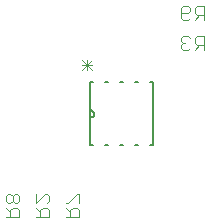
<source format=gbr>
G04 EAGLE Gerber RS-274X export*
G75*
%MOMM*%
%FSLAX34Y34*%
%LPD*%
%INSilkscreen Bottom*%
%IPPOS*%
%AMOC8*
5,1,8,0,0,1.08239X$1,22.5*%
G01*
%ADD10C,0.101600*%
%ADD11C,0.152400*%
%ADD12C,0.076200*%


D10*
X79248Y44430D02*
X90942Y44430D01*
X90942Y50277D01*
X88993Y52226D01*
X85095Y52226D01*
X83146Y50277D01*
X83146Y44430D01*
X83146Y48328D02*
X79248Y52226D01*
X79248Y56124D02*
X79248Y63920D01*
X79248Y56124D02*
X87044Y63920D01*
X88993Y63920D01*
X90942Y61971D01*
X90942Y58073D01*
X88993Y56124D01*
X221742Y185928D02*
X221742Y197622D01*
X215895Y197622D01*
X213946Y195673D01*
X213946Y191775D01*
X215895Y189826D01*
X221742Y189826D01*
X217844Y189826D02*
X213946Y185928D01*
X210048Y195673D02*
X208099Y197622D01*
X204201Y197622D01*
X202252Y195673D01*
X202252Y193724D01*
X204201Y191775D01*
X206150Y191775D01*
X204201Y191775D02*
X202252Y189826D01*
X202252Y187877D01*
X204201Y185928D01*
X208099Y185928D01*
X210048Y187877D01*
X116342Y44430D02*
X104648Y44430D01*
X116342Y44430D02*
X116342Y50277D01*
X114393Y52226D01*
X110495Y52226D01*
X108546Y50277D01*
X108546Y44430D01*
X108546Y48328D02*
X104648Y52226D01*
X116342Y56124D02*
X116342Y63920D01*
X114393Y63920D01*
X106597Y56124D01*
X104648Y56124D01*
X65542Y44430D02*
X53848Y44430D01*
X65542Y44430D02*
X65542Y50277D01*
X63593Y52226D01*
X59695Y52226D01*
X57746Y50277D01*
X57746Y44430D01*
X57746Y48328D02*
X53848Y52226D01*
X63593Y56124D02*
X65542Y58073D01*
X65542Y61971D01*
X63593Y63920D01*
X61644Y63920D01*
X59695Y61971D01*
X57746Y63920D01*
X55797Y63920D01*
X53848Y61971D01*
X53848Y58073D01*
X55797Y56124D01*
X57746Y56124D01*
X59695Y58073D01*
X61644Y56124D01*
X63593Y56124D01*
X59695Y58073D02*
X59695Y61971D01*
X221742Y211328D02*
X221742Y223022D01*
X215895Y223022D01*
X213946Y221073D01*
X213946Y217175D01*
X215895Y215226D01*
X221742Y215226D01*
X217844Y215226D02*
X213946Y211328D01*
X210048Y213277D02*
X208099Y211328D01*
X204201Y211328D01*
X202252Y213277D01*
X202252Y221073D01*
X204201Y223022D01*
X208099Y223022D01*
X210048Y221073D01*
X210048Y219124D01*
X208099Y217175D01*
X202252Y217175D01*
D11*
X153670Y159004D02*
X151130Y159004D01*
X163830Y159004D02*
X166370Y159004D01*
X176530Y159004D02*
X179070Y159004D01*
X166370Y105156D02*
X163830Y105156D01*
X153670Y105156D02*
X151130Y105156D01*
X140970Y105156D02*
X138430Y105156D01*
X128270Y105156D02*
X125730Y105156D01*
X179070Y105156D02*
X179070Y159004D01*
X179070Y105156D02*
X176530Y105156D01*
X125730Y105156D02*
X125730Y129032D01*
X125730Y135128D01*
X125730Y159004D01*
X128270Y159004D01*
X138430Y159004D02*
X140970Y159004D01*
X125730Y135128D02*
X125839Y135126D01*
X125947Y135120D01*
X126056Y135111D01*
X126164Y135097D01*
X126271Y135080D01*
X126378Y135058D01*
X126484Y135033D01*
X126589Y135005D01*
X126693Y134972D01*
X126795Y134936D01*
X126896Y134896D01*
X126996Y134853D01*
X127094Y134806D01*
X127191Y134755D01*
X127285Y134701D01*
X127378Y134644D01*
X127468Y134584D01*
X127557Y134520D01*
X127643Y134453D01*
X127726Y134384D01*
X127807Y134311D01*
X127885Y134235D01*
X127961Y134157D01*
X128034Y134076D01*
X128103Y133993D01*
X128170Y133907D01*
X128234Y133818D01*
X128294Y133728D01*
X128351Y133635D01*
X128405Y133541D01*
X128456Y133444D01*
X128503Y133346D01*
X128546Y133246D01*
X128586Y133145D01*
X128622Y133043D01*
X128655Y132939D01*
X128683Y132834D01*
X128708Y132728D01*
X128730Y132621D01*
X128747Y132514D01*
X128761Y132406D01*
X128770Y132297D01*
X128776Y132189D01*
X128778Y132080D01*
X128776Y131971D01*
X128770Y131863D01*
X128761Y131754D01*
X128747Y131646D01*
X128730Y131539D01*
X128708Y131432D01*
X128683Y131326D01*
X128655Y131221D01*
X128622Y131117D01*
X128586Y131015D01*
X128546Y130914D01*
X128503Y130814D01*
X128456Y130716D01*
X128405Y130619D01*
X128351Y130525D01*
X128294Y130432D01*
X128234Y130342D01*
X128170Y130253D01*
X128103Y130167D01*
X128034Y130084D01*
X127961Y130003D01*
X127885Y129925D01*
X127807Y129849D01*
X127726Y129776D01*
X127643Y129707D01*
X127557Y129640D01*
X127468Y129576D01*
X127378Y129516D01*
X127285Y129459D01*
X127191Y129405D01*
X127094Y129354D01*
X126996Y129307D01*
X126896Y129264D01*
X126795Y129224D01*
X126693Y129188D01*
X126589Y129155D01*
X126484Y129127D01*
X126378Y129102D01*
X126271Y129080D01*
X126164Y129063D01*
X126056Y129049D01*
X125947Y129040D01*
X125839Y129034D01*
X125730Y129032D01*
X125839Y129034D01*
X125947Y129040D01*
X126056Y129049D01*
X126164Y129063D01*
X126271Y129080D01*
X126378Y129102D01*
X126484Y129127D01*
X126589Y129155D01*
X126693Y129188D01*
X126795Y129224D01*
X126896Y129264D01*
X126996Y129307D01*
X127094Y129354D01*
X127191Y129405D01*
X127285Y129459D01*
X127378Y129516D01*
X127468Y129576D01*
X127557Y129640D01*
X127643Y129707D01*
X127726Y129776D01*
X127807Y129849D01*
X127885Y129925D01*
X127961Y130003D01*
X128034Y130084D01*
X128103Y130167D01*
X128170Y130253D01*
X128234Y130342D01*
X128294Y130432D01*
X128351Y130525D01*
X128405Y130619D01*
X128456Y130716D01*
X128503Y130814D01*
X128546Y130914D01*
X128586Y131015D01*
X128622Y131117D01*
X128655Y131221D01*
X128683Y131326D01*
X128708Y131432D01*
X128730Y131539D01*
X128747Y131646D01*
X128761Y131754D01*
X128770Y131863D01*
X128776Y131971D01*
X128778Y132080D01*
X128776Y132189D01*
X128770Y132297D01*
X128761Y132406D01*
X128747Y132514D01*
X128730Y132621D01*
X128708Y132728D01*
X128683Y132834D01*
X128655Y132939D01*
X128622Y133043D01*
X128586Y133145D01*
X128546Y133246D01*
X128503Y133346D01*
X128456Y133444D01*
X128405Y133541D01*
X128351Y133635D01*
X128294Y133728D01*
X128234Y133818D01*
X128170Y133907D01*
X128103Y133993D01*
X128034Y134076D01*
X127961Y134157D01*
X127885Y134235D01*
X127807Y134311D01*
X127726Y134384D01*
X127643Y134453D01*
X127557Y134520D01*
X127468Y134584D01*
X127378Y134644D01*
X127285Y134701D01*
X127191Y134755D01*
X127094Y134806D01*
X126996Y134853D01*
X126896Y134896D01*
X126795Y134936D01*
X126693Y134972D01*
X126589Y135005D01*
X126484Y135033D01*
X126378Y135058D01*
X126271Y135080D01*
X126164Y135097D01*
X126056Y135111D01*
X125947Y135120D01*
X125839Y135126D01*
X125730Y135128D01*
D12*
X126914Y169200D02*
X118948Y177165D01*
X118948Y169200D02*
X126914Y177165D01*
X122931Y177165D02*
X122931Y169200D01*
X126914Y173182D02*
X118948Y173182D01*
X118948Y177165D02*
X126914Y169200D01*
X126914Y177165D02*
X118948Y169200D01*
X122931Y169200D02*
X122931Y177165D01*
X126914Y173182D02*
X118948Y173182D01*
M02*

</source>
